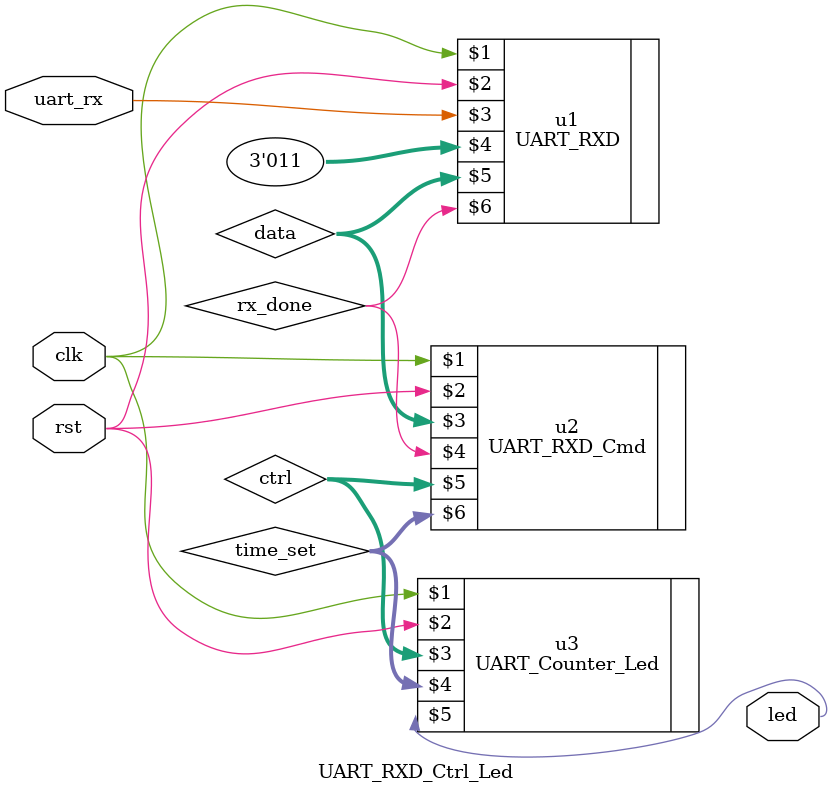
<source format=v>
`timescale 1ns / 1ps


module UART_RXD_Ctrl_Led(
input clk,rst,
input uart_rx,
output led
    );


wire [7:0]data;
wire rx_done;
wire [7:0]ctrl;
wire [31:0]time_set;
    
UART_RXD u1(clk,rst,uart_rx,3'd3,data,rx_done);
UART_RXD_Cmd u2(clk,rst,data,rx_done,ctrl,time_set);
UART_Counter_Led u3(clk,rst,ctrl,time_set,led);

    
endmodule

</source>
